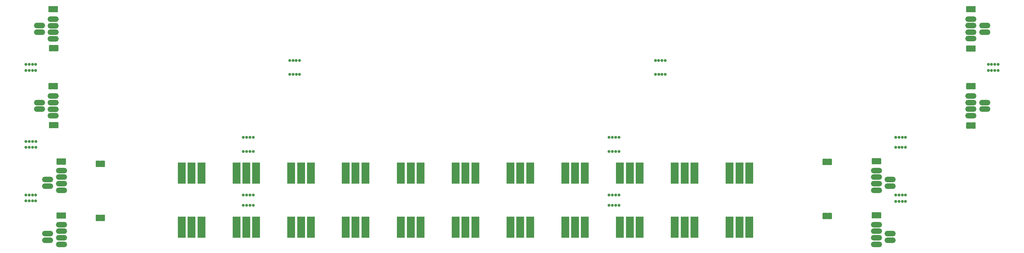
<source format=gbr>
G04 #@! TF.GenerationSoftware,KiCad,Pcbnew,(5.1.0-0)*
G04 #@! TF.CreationDate,2019-04-23T10:34:18-07:00*
G04 #@! TF.ProjectId,TestPanel1,54657374-5061-46e6-956c-312e6b696361,rev?*
G04 #@! TF.SameCoordinates,Original*
G04 #@! TF.FileFunction,Soldermask,Bot*
G04 #@! TF.FilePolarity,Negative*
%FSLAX46Y46*%
G04 Gerber Fmt 4.6, Leading zero omitted, Abs format (unit mm)*
G04 Created by KiCad (PCBNEW (5.1.0-0)) date 2019-04-23 10:34:18*
%MOMM*%
%LPD*%
G04 APERTURE LIST*
%ADD10C,0.900000*%
%ADD11R,2.400000X6.400000*%
%ADD12O,3.400000X1.650000*%
%ADD13C,0.300000*%
%ADD14C,0.050000*%
G04 APERTURE END LIST*
D10*
X136814000Y-193859000D03*
X137814000Y-193859000D03*
X135814000Y-193859000D03*
X134814000Y-193859000D03*
X134800000Y-190672000D03*
X135800000Y-190672000D03*
X137800000Y-190672000D03*
X136800000Y-190672000D03*
X248055000Y-190658000D03*
X249055000Y-190658000D03*
X247055000Y-190658000D03*
X246055000Y-190658000D03*
X246069000Y-193845000D03*
X247069000Y-193845000D03*
X249069000Y-193845000D03*
X248069000Y-193845000D03*
X248058000Y-173115000D03*
X249058000Y-173115000D03*
X247058000Y-173115000D03*
X246058000Y-173115000D03*
X246072000Y-177360000D03*
X247072000Y-177360000D03*
X249072000Y-177360000D03*
X248072000Y-177360000D03*
X136790000Y-173115000D03*
X137790000Y-173115000D03*
X135790000Y-173115000D03*
X134790000Y-173115000D03*
X134804000Y-177360000D03*
X135804000Y-177360000D03*
X137804000Y-177360000D03*
X136804000Y-177360000D03*
X150899000Y-149606000D03*
X151899000Y-149606000D03*
X149899000Y-149606000D03*
X148899000Y-149606000D03*
X148913000Y-153851000D03*
X149913000Y-153851000D03*
X151913000Y-153851000D03*
X150913000Y-153851000D03*
X260143000Y-149613000D03*
X261143000Y-149613000D03*
X263143000Y-149613000D03*
X262143000Y-149613000D03*
X262157000Y-153858000D03*
X263157000Y-153858000D03*
X261157000Y-153858000D03*
X260157000Y-153858000D03*
X361406000Y-150808000D03*
X362406000Y-150808000D03*
X364406000Y-150808000D03*
X363406000Y-150808000D03*
X363406000Y-152638000D03*
X364406000Y-152638000D03*
X362406000Y-152638000D03*
X361406000Y-152638000D03*
X335237000Y-173102000D03*
X336237000Y-173102000D03*
X334237000Y-173102000D03*
X333237000Y-173102000D03*
X335223000Y-176161000D03*
X336223000Y-176161000D03*
X334223000Y-176161000D03*
X333223000Y-176161000D03*
X333237000Y-190664000D03*
X334237000Y-190664000D03*
X336237000Y-190664000D03*
X335237000Y-190664000D03*
X335237000Y-192665000D03*
X336237000Y-192665000D03*
X334237000Y-192665000D03*
X333237000Y-192665000D03*
X68661000Y-190656000D03*
X69661000Y-190656000D03*
X71661000Y-190656000D03*
X70661000Y-190656000D03*
X70661000Y-192486000D03*
X71661000Y-192486000D03*
X69661000Y-192486000D03*
X68661000Y-192486000D03*
X68668000Y-174332000D03*
X69668000Y-174332000D03*
X71668000Y-174332000D03*
X70668000Y-174332000D03*
X70668000Y-176162000D03*
X71668000Y-176162000D03*
X69668000Y-176162000D03*
X68668000Y-176162000D03*
X68650000Y-152647000D03*
X69650000Y-152647000D03*
X71650000Y-152647000D03*
X70650000Y-152647000D03*
X70650000Y-150817000D03*
X71650000Y-150817000D03*
X69650000Y-150817000D03*
X68650000Y-150817000D03*
D11*
X135709980Y-200474000D03*
X132709980Y-200474000D03*
X138709980Y-200474000D03*
X269043260Y-200474000D03*
X266043260Y-200474000D03*
X272043260Y-200474000D03*
D12*
X79460000Y-199724000D03*
X79460000Y-201724000D03*
X79460000Y-203724000D03*
X79460000Y-205724000D03*
D11*
X222043280Y-200474000D03*
X216043280Y-200474000D03*
X219043280Y-200474000D03*
X188709960Y-200474000D03*
X182709960Y-200474000D03*
X185709960Y-200474000D03*
X202376620Y-200474000D03*
X199376620Y-200474000D03*
X205376620Y-200474000D03*
D12*
X327375588Y-199724000D03*
X327375588Y-201724000D03*
X327375588Y-203724000D03*
X327375588Y-205724000D03*
X75293335Y-202474000D03*
X75293335Y-204474000D03*
D13*
X326651636Y-196874000D03*
D14*
G36*
X326112618Y-197820157D02*
G01*
X326075099Y-197808776D01*
X326040522Y-197790294D01*
X326010215Y-197765421D01*
X325985342Y-197735114D01*
X325966860Y-197700537D01*
X325955479Y-197663018D01*
X325951636Y-197624000D01*
X325951636Y-196124000D01*
X325955479Y-196084982D01*
X325966860Y-196047463D01*
X325985342Y-196012886D01*
X326010215Y-195982579D01*
X326040522Y-195957706D01*
X326075099Y-195939224D01*
X326112618Y-195927843D01*
X326151636Y-195924000D01*
X327301636Y-195924000D01*
X327340654Y-195927843D01*
X327378173Y-195939224D01*
X327412750Y-195957706D01*
X327443057Y-195982579D01*
X327467930Y-196012886D01*
X327486412Y-196047463D01*
X327497793Y-196084982D01*
X327501636Y-196124000D01*
X327497793Y-196163018D01*
X327486412Y-196200537D01*
X327468046Y-196234940D01*
X327042006Y-196874000D01*
X327468046Y-197513060D01*
X327486492Y-197547657D01*
X327497834Y-197585187D01*
X327501636Y-197624209D01*
X327497752Y-197663223D01*
X327486332Y-197700730D01*
X327467814Y-197735288D01*
X327442909Y-197765569D01*
X327412576Y-197790410D01*
X327377979Y-197808856D01*
X327340449Y-197820198D01*
X327301636Y-197824000D01*
X326151636Y-197824000D01*
X326112618Y-197820157D01*
X326112618Y-197820157D01*
G37*
D13*
X328101636Y-196874000D03*
D14*
G36*
X327562618Y-197820157D02*
G01*
X327525099Y-197808776D01*
X327490522Y-197790294D01*
X327460215Y-197765421D01*
X327435226Y-197734940D01*
X326935226Y-196984940D01*
X326916780Y-196950343D01*
X326905438Y-196912813D01*
X326901636Y-196873791D01*
X326905520Y-196834777D01*
X326916940Y-196797270D01*
X326935226Y-196763060D01*
X327435226Y-196013060D01*
X327460067Y-195982727D01*
X327490348Y-195957822D01*
X327524906Y-195939304D01*
X327562413Y-195927884D01*
X327601636Y-195924000D01*
X328601636Y-195924000D01*
X328640654Y-195927843D01*
X328678173Y-195939224D01*
X328712750Y-195957706D01*
X328743057Y-195982579D01*
X328767930Y-196012886D01*
X328786412Y-196047463D01*
X328797793Y-196084982D01*
X328801636Y-196124000D01*
X328801636Y-197624000D01*
X328797793Y-197663018D01*
X328786412Y-197700537D01*
X328767930Y-197735114D01*
X328743057Y-197765421D01*
X328712750Y-197790294D01*
X328678173Y-197808776D01*
X328640654Y-197820157D01*
X328601636Y-197824000D01*
X327601636Y-197824000D01*
X327562618Y-197820157D01*
X327562618Y-197820157D01*
G37*
D13*
X311685000Y-197074000D03*
D14*
G36*
X311145982Y-198020157D02*
G01*
X311108463Y-198008776D01*
X311073886Y-197990294D01*
X311043579Y-197965421D01*
X311018706Y-197935114D01*
X311000224Y-197900537D01*
X310988843Y-197863018D01*
X310985000Y-197824000D01*
X310985000Y-196324000D01*
X310988843Y-196284982D01*
X311000224Y-196247463D01*
X311018706Y-196212886D01*
X311043579Y-196182579D01*
X311073886Y-196157706D01*
X311108463Y-196139224D01*
X311145982Y-196127843D01*
X311185000Y-196124000D01*
X312335000Y-196124000D01*
X312374018Y-196127843D01*
X312411537Y-196139224D01*
X312446114Y-196157706D01*
X312476421Y-196182579D01*
X312501294Y-196212886D01*
X312519776Y-196247463D01*
X312531157Y-196284982D01*
X312535000Y-196324000D01*
X312531157Y-196363018D01*
X312519776Y-196400537D01*
X312501410Y-196434940D01*
X312075370Y-197074000D01*
X312501410Y-197713060D01*
X312519856Y-197747657D01*
X312531198Y-197785187D01*
X312535000Y-197824209D01*
X312531116Y-197863223D01*
X312519696Y-197900730D01*
X312501178Y-197935288D01*
X312476273Y-197965569D01*
X312445940Y-197990410D01*
X312411343Y-198008856D01*
X312373813Y-198020198D01*
X312335000Y-198024000D01*
X311185000Y-198024000D01*
X311145982Y-198020157D01*
X311145982Y-198020157D01*
G37*
D13*
X313135000Y-197074000D03*
D14*
G36*
X312595982Y-198020157D02*
G01*
X312558463Y-198008776D01*
X312523886Y-197990294D01*
X312493579Y-197965421D01*
X312468590Y-197934940D01*
X311968590Y-197184940D01*
X311950144Y-197150343D01*
X311938802Y-197112813D01*
X311935000Y-197073791D01*
X311938884Y-197034777D01*
X311950304Y-196997270D01*
X311968590Y-196963060D01*
X312468590Y-196213060D01*
X312493431Y-196182727D01*
X312523712Y-196157822D01*
X312558270Y-196139304D01*
X312595777Y-196127884D01*
X312635000Y-196124000D01*
X313635000Y-196124000D01*
X313674018Y-196127843D01*
X313711537Y-196139224D01*
X313746114Y-196157706D01*
X313776421Y-196182579D01*
X313801294Y-196212886D01*
X313819776Y-196247463D01*
X313831157Y-196284982D01*
X313835000Y-196324000D01*
X313835000Y-197824000D01*
X313831157Y-197863018D01*
X313819776Y-197900537D01*
X313801294Y-197935114D01*
X313776421Y-197965421D01*
X313746114Y-197990294D01*
X313711537Y-198008776D01*
X313674018Y-198020157D01*
X313635000Y-198024000D01*
X312635000Y-198024000D01*
X312595982Y-198020157D01*
X312595982Y-198020157D01*
G37*
D13*
X80135000Y-196974000D03*
D14*
G36*
X80674018Y-196027843D02*
G01*
X80711537Y-196039224D01*
X80746114Y-196057706D01*
X80776421Y-196082579D01*
X80801294Y-196112886D01*
X80819776Y-196147463D01*
X80831157Y-196184982D01*
X80835000Y-196224000D01*
X80835000Y-197724000D01*
X80831157Y-197763018D01*
X80819776Y-197800537D01*
X80801294Y-197835114D01*
X80776421Y-197865421D01*
X80746114Y-197890294D01*
X80711537Y-197908776D01*
X80674018Y-197920157D01*
X80635000Y-197924000D01*
X79485000Y-197924000D01*
X79445982Y-197920157D01*
X79408463Y-197908776D01*
X79373886Y-197890294D01*
X79343579Y-197865421D01*
X79318706Y-197835114D01*
X79300224Y-197800537D01*
X79288843Y-197763018D01*
X79285000Y-197724000D01*
X79288843Y-197684982D01*
X79300224Y-197647463D01*
X79318590Y-197613060D01*
X79744630Y-196974000D01*
X79318590Y-196334940D01*
X79300144Y-196300343D01*
X79288802Y-196262813D01*
X79285000Y-196223791D01*
X79288884Y-196184777D01*
X79300304Y-196147270D01*
X79318822Y-196112712D01*
X79343727Y-196082431D01*
X79374060Y-196057590D01*
X79408657Y-196039144D01*
X79446187Y-196027802D01*
X79485000Y-196024000D01*
X80635000Y-196024000D01*
X80674018Y-196027843D01*
X80674018Y-196027843D01*
G37*
D13*
X78685000Y-196974000D03*
D14*
G36*
X79224018Y-196027843D02*
G01*
X79261537Y-196039224D01*
X79296114Y-196057706D01*
X79326421Y-196082579D01*
X79351410Y-196113060D01*
X79851410Y-196863060D01*
X79869856Y-196897657D01*
X79881198Y-196935187D01*
X79885000Y-196974209D01*
X79881116Y-197013223D01*
X79869696Y-197050730D01*
X79851410Y-197084940D01*
X79351410Y-197834940D01*
X79326569Y-197865273D01*
X79296288Y-197890178D01*
X79261730Y-197908696D01*
X79224223Y-197920116D01*
X79185000Y-197924000D01*
X78185000Y-197924000D01*
X78145982Y-197920157D01*
X78108463Y-197908776D01*
X78073886Y-197890294D01*
X78043579Y-197865421D01*
X78018706Y-197835114D01*
X78000224Y-197800537D01*
X77988843Y-197763018D01*
X77985000Y-197724000D01*
X77985000Y-196224000D01*
X77988843Y-196184982D01*
X78000224Y-196147463D01*
X78018706Y-196112886D01*
X78043579Y-196082579D01*
X78073886Y-196057706D01*
X78108463Y-196039224D01*
X78145982Y-196027843D01*
X78185000Y-196024000D01*
X79185000Y-196024000D01*
X79224018Y-196027843D01*
X79224018Y-196027843D01*
G37*
D13*
X92035000Y-197674000D03*
D14*
G36*
X92574018Y-196727843D02*
G01*
X92611537Y-196739224D01*
X92646114Y-196757706D01*
X92676421Y-196782579D01*
X92701294Y-196812886D01*
X92719776Y-196847463D01*
X92731157Y-196884982D01*
X92735000Y-196924000D01*
X92735000Y-198424000D01*
X92731157Y-198463018D01*
X92719776Y-198500537D01*
X92701294Y-198535114D01*
X92676421Y-198565421D01*
X92646114Y-198590294D01*
X92611537Y-198608776D01*
X92574018Y-198620157D01*
X92535000Y-198624000D01*
X91385000Y-198624000D01*
X91345982Y-198620157D01*
X91308463Y-198608776D01*
X91273886Y-198590294D01*
X91243579Y-198565421D01*
X91218706Y-198535114D01*
X91200224Y-198500537D01*
X91188843Y-198463018D01*
X91185000Y-198424000D01*
X91188843Y-198384982D01*
X91200224Y-198347463D01*
X91218590Y-198313060D01*
X91644630Y-197674000D01*
X91218590Y-197034940D01*
X91200144Y-197000343D01*
X91188802Y-196962813D01*
X91185000Y-196923791D01*
X91188884Y-196884777D01*
X91200304Y-196847270D01*
X91218822Y-196812712D01*
X91243727Y-196782431D01*
X91274060Y-196757590D01*
X91308657Y-196739144D01*
X91346187Y-196727802D01*
X91385000Y-196724000D01*
X92535000Y-196724000D01*
X92574018Y-196727843D01*
X92574018Y-196727843D01*
G37*
D13*
X90585000Y-197674000D03*
D14*
G36*
X91124018Y-196727843D02*
G01*
X91161537Y-196739224D01*
X91196114Y-196757706D01*
X91226421Y-196782579D01*
X91251410Y-196813060D01*
X91751410Y-197563060D01*
X91769856Y-197597657D01*
X91781198Y-197635187D01*
X91785000Y-197674209D01*
X91781116Y-197713223D01*
X91769696Y-197750730D01*
X91751410Y-197784940D01*
X91251410Y-198534940D01*
X91226569Y-198565273D01*
X91196288Y-198590178D01*
X91161730Y-198608696D01*
X91124223Y-198620116D01*
X91085000Y-198624000D01*
X90085000Y-198624000D01*
X90045982Y-198620157D01*
X90008463Y-198608776D01*
X89973886Y-198590294D01*
X89943579Y-198565421D01*
X89918706Y-198535114D01*
X89900224Y-198500537D01*
X89888843Y-198463018D01*
X89885000Y-198424000D01*
X89885000Y-196924000D01*
X89888843Y-196884982D01*
X89900224Y-196847463D01*
X89918706Y-196812886D01*
X89943579Y-196782579D01*
X89973886Y-196757706D01*
X90008463Y-196739224D01*
X90045982Y-196727843D01*
X90085000Y-196724000D01*
X91085000Y-196724000D01*
X91124018Y-196727843D01*
X91124018Y-196727843D01*
G37*
D11*
X168910000Y-200474000D03*
X165910000Y-200474000D03*
X171910000Y-200474000D03*
X288709920Y-200474000D03*
X282709920Y-200474000D03*
X285709920Y-200474000D03*
X155376640Y-200474000D03*
X149376640Y-200474000D03*
X152376640Y-200474000D03*
D12*
X331542238Y-202474000D03*
X331542238Y-204474000D03*
D11*
X235709940Y-200474000D03*
X232709940Y-200474000D03*
X238709940Y-200474000D03*
X255376600Y-200474000D03*
X249376600Y-200474000D03*
X252376600Y-200474000D03*
X122043320Y-200474000D03*
X116043320Y-200474000D03*
X119043320Y-200474000D03*
D13*
X77685001Y-133974000D03*
D14*
G36*
X78224019Y-133027843D02*
G01*
X78261538Y-133039224D01*
X78296115Y-133057706D01*
X78326422Y-133082579D01*
X78351295Y-133112886D01*
X78369777Y-133147463D01*
X78381158Y-133184982D01*
X78385001Y-133224000D01*
X78385001Y-134724000D01*
X78381158Y-134763018D01*
X78369777Y-134800537D01*
X78351295Y-134835114D01*
X78326422Y-134865421D01*
X78296115Y-134890294D01*
X78261538Y-134908776D01*
X78224019Y-134920157D01*
X78185001Y-134924000D01*
X77035001Y-134924000D01*
X76995983Y-134920157D01*
X76958464Y-134908776D01*
X76923887Y-134890294D01*
X76893580Y-134865421D01*
X76868707Y-134835114D01*
X76850225Y-134800537D01*
X76838844Y-134763018D01*
X76835001Y-134724000D01*
X76838844Y-134684982D01*
X76850225Y-134647463D01*
X76868591Y-134613060D01*
X77294631Y-133974000D01*
X76868591Y-133334940D01*
X76850145Y-133300343D01*
X76838803Y-133262813D01*
X76835001Y-133223791D01*
X76838885Y-133184777D01*
X76850305Y-133147270D01*
X76868823Y-133112712D01*
X76893728Y-133082431D01*
X76924061Y-133057590D01*
X76958658Y-133039144D01*
X76996188Y-133027802D01*
X77035001Y-133024000D01*
X78185001Y-133024000D01*
X78224019Y-133027843D01*
X78224019Y-133027843D01*
G37*
D13*
X76235001Y-133974000D03*
D14*
G36*
X76774019Y-133027843D02*
G01*
X76811538Y-133039224D01*
X76846115Y-133057706D01*
X76876422Y-133082579D01*
X76901411Y-133113060D01*
X77401411Y-133863060D01*
X77419857Y-133897657D01*
X77431199Y-133935187D01*
X77435001Y-133974209D01*
X77431117Y-134013223D01*
X77419697Y-134050730D01*
X77401411Y-134084940D01*
X76901411Y-134834940D01*
X76876570Y-134865273D01*
X76846289Y-134890178D01*
X76811731Y-134908696D01*
X76774224Y-134920116D01*
X76735001Y-134924000D01*
X75735001Y-134924000D01*
X75695983Y-134920157D01*
X75658464Y-134908776D01*
X75623887Y-134890294D01*
X75593580Y-134865421D01*
X75568707Y-134835114D01*
X75550225Y-134800537D01*
X75538844Y-134763018D01*
X75535001Y-134724000D01*
X75535001Y-133224000D01*
X75538844Y-133184982D01*
X75550225Y-133147463D01*
X75568707Y-133112886D01*
X75593580Y-133082579D01*
X75623887Y-133057706D01*
X75658464Y-133039224D01*
X75695983Y-133027843D01*
X75735001Y-133024000D01*
X76735001Y-133024000D01*
X76774019Y-133027843D01*
X76774019Y-133027843D01*
G37*
D13*
X355401623Y-133974000D03*
D14*
G36*
X354862605Y-134920157D02*
G01*
X354825086Y-134908776D01*
X354790509Y-134890294D01*
X354760202Y-134865421D01*
X354735329Y-134835114D01*
X354716847Y-134800537D01*
X354705466Y-134763018D01*
X354701623Y-134724000D01*
X354701623Y-133224000D01*
X354705466Y-133184982D01*
X354716847Y-133147463D01*
X354735329Y-133112886D01*
X354760202Y-133082579D01*
X354790509Y-133057706D01*
X354825086Y-133039224D01*
X354862605Y-133027843D01*
X354901623Y-133024000D01*
X356051623Y-133024000D01*
X356090641Y-133027843D01*
X356128160Y-133039224D01*
X356162737Y-133057706D01*
X356193044Y-133082579D01*
X356217917Y-133112886D01*
X356236399Y-133147463D01*
X356247780Y-133184982D01*
X356251623Y-133224000D01*
X356247780Y-133263018D01*
X356236399Y-133300537D01*
X356218033Y-133334940D01*
X355791993Y-133974000D01*
X356218033Y-134613060D01*
X356236479Y-134647657D01*
X356247821Y-134685187D01*
X356251623Y-134724209D01*
X356247739Y-134763223D01*
X356236319Y-134800730D01*
X356217801Y-134835288D01*
X356192896Y-134865569D01*
X356162563Y-134890410D01*
X356127966Y-134908856D01*
X356090436Y-134920198D01*
X356051623Y-134924000D01*
X354901623Y-134924000D01*
X354862605Y-134920157D01*
X354862605Y-134920157D01*
G37*
D13*
X356851623Y-133974000D03*
D14*
G36*
X356312605Y-134920157D02*
G01*
X356275086Y-134908776D01*
X356240509Y-134890294D01*
X356210202Y-134865421D01*
X356185213Y-134834940D01*
X355685213Y-134084940D01*
X355666767Y-134050343D01*
X355655425Y-134012813D01*
X355651623Y-133973791D01*
X355655507Y-133934777D01*
X355666927Y-133897270D01*
X355685213Y-133863060D01*
X356185213Y-133113060D01*
X356210054Y-133082727D01*
X356240335Y-133057822D01*
X356274893Y-133039304D01*
X356312400Y-133027884D01*
X356351623Y-133024000D01*
X357351623Y-133024000D01*
X357390641Y-133027843D01*
X357428160Y-133039224D01*
X357462737Y-133057706D01*
X357493044Y-133082579D01*
X357517917Y-133112886D01*
X357536399Y-133147463D01*
X357547780Y-133184982D01*
X357551623Y-133224000D01*
X357551623Y-134724000D01*
X357547780Y-134763018D01*
X357536399Y-134800537D01*
X357517917Y-134835114D01*
X357493044Y-134865421D01*
X357462737Y-134890294D01*
X357428160Y-134908776D01*
X357390641Y-134920157D01*
X357351623Y-134924000D01*
X356351623Y-134924000D01*
X356312605Y-134920157D01*
X356312605Y-134920157D01*
G37*
D13*
X355400575Y-145974000D03*
D14*
G36*
X354861557Y-146920157D02*
G01*
X354824038Y-146908776D01*
X354789461Y-146890294D01*
X354759154Y-146865421D01*
X354734281Y-146835114D01*
X354715799Y-146800537D01*
X354704418Y-146763018D01*
X354700575Y-146724000D01*
X354700575Y-145224000D01*
X354704418Y-145184982D01*
X354715799Y-145147463D01*
X354734281Y-145112886D01*
X354759154Y-145082579D01*
X354789461Y-145057706D01*
X354824038Y-145039224D01*
X354861557Y-145027843D01*
X354900575Y-145024000D01*
X356050575Y-145024000D01*
X356089593Y-145027843D01*
X356127112Y-145039224D01*
X356161689Y-145057706D01*
X356191996Y-145082579D01*
X356216869Y-145112886D01*
X356235351Y-145147463D01*
X356246732Y-145184982D01*
X356250575Y-145224000D01*
X356246732Y-145263018D01*
X356235351Y-145300537D01*
X356216985Y-145334940D01*
X355790945Y-145974000D01*
X356216985Y-146613060D01*
X356235431Y-146647657D01*
X356246773Y-146685187D01*
X356250575Y-146724209D01*
X356246691Y-146763223D01*
X356235271Y-146800730D01*
X356216753Y-146835288D01*
X356191848Y-146865569D01*
X356161515Y-146890410D01*
X356126918Y-146908856D01*
X356089388Y-146920198D01*
X356050575Y-146924000D01*
X354900575Y-146924000D01*
X354861557Y-146920157D01*
X354861557Y-146920157D01*
G37*
D13*
X356850575Y-145974000D03*
D14*
G36*
X356311557Y-146920157D02*
G01*
X356274038Y-146908776D01*
X356239461Y-146890294D01*
X356209154Y-146865421D01*
X356184165Y-146834940D01*
X355684165Y-146084940D01*
X355665719Y-146050343D01*
X355654377Y-146012813D01*
X355650575Y-145973791D01*
X355654459Y-145934777D01*
X355665879Y-145897270D01*
X355684165Y-145863060D01*
X356184165Y-145113060D01*
X356209006Y-145082727D01*
X356239287Y-145057822D01*
X356273845Y-145039304D01*
X356311352Y-145027884D01*
X356350575Y-145024000D01*
X357350575Y-145024000D01*
X357389593Y-145027843D01*
X357427112Y-145039224D01*
X357461689Y-145057706D01*
X357491996Y-145082579D01*
X357516869Y-145112886D01*
X357535351Y-145147463D01*
X357546732Y-145184982D01*
X357550575Y-145224000D01*
X357550575Y-146724000D01*
X357546732Y-146763018D01*
X357535351Y-146800537D01*
X357516869Y-146835114D01*
X357491996Y-146865421D01*
X357461689Y-146890294D01*
X357427112Y-146908776D01*
X357389593Y-146920157D01*
X357350575Y-146924000D01*
X356350575Y-146924000D01*
X356311557Y-146920157D01*
X356311557Y-146920157D01*
G37*
D12*
X72793335Y-138974000D03*
X72793335Y-140974000D03*
X356125575Y-136974000D03*
X356125575Y-138974000D03*
X356125575Y-140974000D03*
X356125575Y-142974000D03*
X360292225Y-138974000D03*
X360292225Y-140974000D03*
X76960001Y-137007334D03*
X76960001Y-139007334D03*
X76960001Y-141007334D03*
X76960001Y-143007334D03*
D13*
X77835000Y-145874000D03*
D14*
G36*
X78374018Y-144927843D02*
G01*
X78411537Y-144939224D01*
X78446114Y-144957706D01*
X78476421Y-144982579D01*
X78501294Y-145012886D01*
X78519776Y-145047463D01*
X78531157Y-145084982D01*
X78535000Y-145124000D01*
X78535000Y-146624000D01*
X78531157Y-146663018D01*
X78519776Y-146700537D01*
X78501294Y-146735114D01*
X78476421Y-146765421D01*
X78446114Y-146790294D01*
X78411537Y-146808776D01*
X78374018Y-146820157D01*
X78335000Y-146824000D01*
X77185000Y-146824000D01*
X77145982Y-146820157D01*
X77108463Y-146808776D01*
X77073886Y-146790294D01*
X77043579Y-146765421D01*
X77018706Y-146735114D01*
X77000224Y-146700537D01*
X76988843Y-146663018D01*
X76985000Y-146624000D01*
X76988843Y-146584982D01*
X77000224Y-146547463D01*
X77018590Y-146513060D01*
X77444630Y-145874000D01*
X77018590Y-145234940D01*
X77000144Y-145200343D01*
X76988802Y-145162813D01*
X76985000Y-145123791D01*
X76988884Y-145084777D01*
X77000304Y-145047270D01*
X77018822Y-145012712D01*
X77043727Y-144982431D01*
X77074060Y-144957590D01*
X77108657Y-144939144D01*
X77146187Y-144927802D01*
X77185000Y-144924000D01*
X78335000Y-144924000D01*
X78374018Y-144927843D01*
X78374018Y-144927843D01*
G37*
D13*
X76385000Y-145874000D03*
D14*
G36*
X76924018Y-144927843D02*
G01*
X76961537Y-144939224D01*
X76996114Y-144957706D01*
X77026421Y-144982579D01*
X77051410Y-145013060D01*
X77551410Y-145763060D01*
X77569856Y-145797657D01*
X77581198Y-145835187D01*
X77585000Y-145874209D01*
X77581116Y-145913223D01*
X77569696Y-145950730D01*
X77551410Y-145984940D01*
X77051410Y-146734940D01*
X77026569Y-146765273D01*
X76996288Y-146790178D01*
X76961730Y-146808696D01*
X76924223Y-146820116D01*
X76885000Y-146824000D01*
X75885000Y-146824000D01*
X75845982Y-146820157D01*
X75808463Y-146808776D01*
X75773886Y-146790294D01*
X75743579Y-146765421D01*
X75718706Y-146735114D01*
X75700224Y-146700537D01*
X75688843Y-146663018D01*
X75685000Y-146624000D01*
X75685000Y-145124000D01*
X75688843Y-145084982D01*
X75700224Y-145047463D01*
X75718706Y-145012886D01*
X75743579Y-144982579D01*
X75773886Y-144957706D01*
X75808463Y-144939224D01*
X75845982Y-144927843D01*
X75885000Y-144924000D01*
X76885000Y-144924000D01*
X76924018Y-144927843D01*
X76924018Y-144927843D01*
G37*
D11*
X119043320Y-183974000D03*
X116043320Y-183974000D03*
X122043320Y-183974000D03*
X138709980Y-183974000D03*
X132709980Y-183974000D03*
X135709980Y-183974000D03*
X152376640Y-183974000D03*
X149376640Y-183974000D03*
X155376640Y-183974000D03*
X285709920Y-183974000D03*
X282709920Y-183974000D03*
X288709920Y-183974000D03*
X272043260Y-183974000D03*
X266043260Y-183974000D03*
X269043260Y-183974000D03*
X252376600Y-183974000D03*
X249376600Y-183974000D03*
X255376600Y-183974000D03*
X238709940Y-183974000D03*
X232709940Y-183974000D03*
X235709940Y-183974000D03*
X219043280Y-183974000D03*
X216043280Y-183974000D03*
X222043280Y-183974000D03*
X205376620Y-183974000D03*
X199376620Y-183974000D03*
X202376620Y-183974000D03*
X185709960Y-183974000D03*
X182709960Y-183974000D03*
X188709960Y-183974000D03*
X171910000Y-183974000D03*
X165910000Y-183974000D03*
X168910000Y-183974000D03*
D13*
X90585000Y-181174000D03*
D14*
G36*
X91124018Y-180227843D02*
G01*
X91161537Y-180239224D01*
X91196114Y-180257706D01*
X91226421Y-180282579D01*
X91251410Y-180313060D01*
X91751410Y-181063060D01*
X91769856Y-181097657D01*
X91781198Y-181135187D01*
X91785000Y-181174209D01*
X91781116Y-181213223D01*
X91769696Y-181250730D01*
X91751410Y-181284940D01*
X91251410Y-182034940D01*
X91226569Y-182065273D01*
X91196288Y-182090178D01*
X91161730Y-182108696D01*
X91124223Y-182120116D01*
X91085000Y-182124000D01*
X90085000Y-182124000D01*
X90045982Y-182120157D01*
X90008463Y-182108776D01*
X89973886Y-182090294D01*
X89943579Y-182065421D01*
X89918706Y-182035114D01*
X89900224Y-182000537D01*
X89888843Y-181963018D01*
X89885000Y-181924000D01*
X89885000Y-180424000D01*
X89888843Y-180384982D01*
X89900224Y-180347463D01*
X89918706Y-180312886D01*
X89943579Y-180282579D01*
X89973886Y-180257706D01*
X90008463Y-180239224D01*
X90045982Y-180227843D01*
X90085000Y-180224000D01*
X91085000Y-180224000D01*
X91124018Y-180227843D01*
X91124018Y-180227843D01*
G37*
D13*
X92035000Y-181174000D03*
D14*
G36*
X92574018Y-180227843D02*
G01*
X92611537Y-180239224D01*
X92646114Y-180257706D01*
X92676421Y-180282579D01*
X92701294Y-180312886D01*
X92719776Y-180347463D01*
X92731157Y-180384982D01*
X92735000Y-180424000D01*
X92735000Y-181924000D01*
X92731157Y-181963018D01*
X92719776Y-182000537D01*
X92701294Y-182035114D01*
X92676421Y-182065421D01*
X92646114Y-182090294D01*
X92611537Y-182108776D01*
X92574018Y-182120157D01*
X92535000Y-182124000D01*
X91385000Y-182124000D01*
X91345982Y-182120157D01*
X91308463Y-182108776D01*
X91273886Y-182090294D01*
X91243579Y-182065421D01*
X91218706Y-182035114D01*
X91200224Y-182000537D01*
X91188843Y-181963018D01*
X91185000Y-181924000D01*
X91188843Y-181884982D01*
X91200224Y-181847463D01*
X91218590Y-181813060D01*
X91644630Y-181174000D01*
X91218590Y-180534940D01*
X91200144Y-180500343D01*
X91188802Y-180462813D01*
X91185000Y-180423791D01*
X91188884Y-180384777D01*
X91200304Y-180347270D01*
X91218822Y-180312712D01*
X91243727Y-180282431D01*
X91274060Y-180257590D01*
X91308657Y-180239144D01*
X91346187Y-180227802D01*
X91385000Y-180224000D01*
X92535000Y-180224000D01*
X92574018Y-180227843D01*
X92574018Y-180227843D01*
G37*
D13*
X78685000Y-180474000D03*
D14*
G36*
X79224018Y-179527843D02*
G01*
X79261537Y-179539224D01*
X79296114Y-179557706D01*
X79326421Y-179582579D01*
X79351410Y-179613060D01*
X79851410Y-180363060D01*
X79869856Y-180397657D01*
X79881198Y-180435187D01*
X79885000Y-180474209D01*
X79881116Y-180513223D01*
X79869696Y-180550730D01*
X79851410Y-180584940D01*
X79351410Y-181334940D01*
X79326569Y-181365273D01*
X79296288Y-181390178D01*
X79261730Y-181408696D01*
X79224223Y-181420116D01*
X79185000Y-181424000D01*
X78185000Y-181424000D01*
X78145982Y-181420157D01*
X78108463Y-181408776D01*
X78073886Y-181390294D01*
X78043579Y-181365421D01*
X78018706Y-181335114D01*
X78000224Y-181300537D01*
X77988843Y-181263018D01*
X77985000Y-181224000D01*
X77985000Y-179724000D01*
X77988843Y-179684982D01*
X78000224Y-179647463D01*
X78018706Y-179612886D01*
X78043579Y-179582579D01*
X78073886Y-179557706D01*
X78108463Y-179539224D01*
X78145982Y-179527843D01*
X78185000Y-179524000D01*
X79185000Y-179524000D01*
X79224018Y-179527843D01*
X79224018Y-179527843D01*
G37*
D13*
X80135000Y-180474000D03*
D14*
G36*
X80674018Y-179527843D02*
G01*
X80711537Y-179539224D01*
X80746114Y-179557706D01*
X80776421Y-179582579D01*
X80801294Y-179612886D01*
X80819776Y-179647463D01*
X80831157Y-179684982D01*
X80835000Y-179724000D01*
X80835000Y-181224000D01*
X80831157Y-181263018D01*
X80819776Y-181300537D01*
X80801294Y-181335114D01*
X80776421Y-181365421D01*
X80746114Y-181390294D01*
X80711537Y-181408776D01*
X80674018Y-181420157D01*
X80635000Y-181424000D01*
X79485000Y-181424000D01*
X79445982Y-181420157D01*
X79408463Y-181408776D01*
X79373886Y-181390294D01*
X79343579Y-181365421D01*
X79318706Y-181335114D01*
X79300224Y-181300537D01*
X79288843Y-181263018D01*
X79285000Y-181224000D01*
X79288843Y-181184982D01*
X79300224Y-181147463D01*
X79318590Y-181113060D01*
X79744630Y-180474000D01*
X79318590Y-179834940D01*
X79300144Y-179800343D01*
X79288802Y-179762813D01*
X79285000Y-179723791D01*
X79288884Y-179684777D01*
X79300304Y-179647270D01*
X79318822Y-179612712D01*
X79343727Y-179582431D01*
X79374060Y-179557590D01*
X79408657Y-179539144D01*
X79446187Y-179527802D01*
X79485000Y-179524000D01*
X80635000Y-179524000D01*
X80674018Y-179527843D01*
X80674018Y-179527843D01*
G37*
D13*
X313135000Y-180574000D03*
D14*
G36*
X312595982Y-181520157D02*
G01*
X312558463Y-181508776D01*
X312523886Y-181490294D01*
X312493579Y-181465421D01*
X312468590Y-181434940D01*
X311968590Y-180684940D01*
X311950144Y-180650343D01*
X311938802Y-180612813D01*
X311935000Y-180573791D01*
X311938884Y-180534777D01*
X311950304Y-180497270D01*
X311968590Y-180463060D01*
X312468590Y-179713060D01*
X312493431Y-179682727D01*
X312523712Y-179657822D01*
X312558270Y-179639304D01*
X312595777Y-179627884D01*
X312635000Y-179624000D01*
X313635000Y-179624000D01*
X313674018Y-179627843D01*
X313711537Y-179639224D01*
X313746114Y-179657706D01*
X313776421Y-179682579D01*
X313801294Y-179712886D01*
X313819776Y-179747463D01*
X313831157Y-179784982D01*
X313835000Y-179824000D01*
X313835000Y-181324000D01*
X313831157Y-181363018D01*
X313819776Y-181400537D01*
X313801294Y-181435114D01*
X313776421Y-181465421D01*
X313746114Y-181490294D01*
X313711537Y-181508776D01*
X313674018Y-181520157D01*
X313635000Y-181524000D01*
X312635000Y-181524000D01*
X312595982Y-181520157D01*
X312595982Y-181520157D01*
G37*
D13*
X311685000Y-180574000D03*
D14*
G36*
X311145982Y-181520157D02*
G01*
X311108463Y-181508776D01*
X311073886Y-181490294D01*
X311043579Y-181465421D01*
X311018706Y-181435114D01*
X311000224Y-181400537D01*
X310988843Y-181363018D01*
X310985000Y-181324000D01*
X310985000Y-179824000D01*
X310988843Y-179784982D01*
X311000224Y-179747463D01*
X311018706Y-179712886D01*
X311043579Y-179682579D01*
X311073886Y-179657706D01*
X311108463Y-179639224D01*
X311145982Y-179627843D01*
X311185000Y-179624000D01*
X312335000Y-179624000D01*
X312374018Y-179627843D01*
X312411537Y-179639224D01*
X312446114Y-179657706D01*
X312476421Y-179682579D01*
X312501294Y-179712886D01*
X312519776Y-179747463D01*
X312531157Y-179784982D01*
X312535000Y-179824000D01*
X312531157Y-179863018D01*
X312519776Y-179900537D01*
X312501410Y-179934940D01*
X312075370Y-180574000D01*
X312501410Y-181213060D01*
X312519856Y-181247657D01*
X312531198Y-181285187D01*
X312535000Y-181324209D01*
X312531116Y-181363223D01*
X312519696Y-181400730D01*
X312501178Y-181435288D01*
X312476273Y-181465569D01*
X312445940Y-181490410D01*
X312411343Y-181508856D01*
X312373813Y-181520198D01*
X312335000Y-181524000D01*
X311185000Y-181524000D01*
X311145982Y-181520157D01*
X311145982Y-181520157D01*
G37*
D13*
X328101636Y-180374000D03*
D14*
G36*
X327562618Y-181320157D02*
G01*
X327525099Y-181308776D01*
X327490522Y-181290294D01*
X327460215Y-181265421D01*
X327435226Y-181234940D01*
X326935226Y-180484940D01*
X326916780Y-180450343D01*
X326905438Y-180412813D01*
X326901636Y-180373791D01*
X326905520Y-180334777D01*
X326916940Y-180297270D01*
X326935226Y-180263060D01*
X327435226Y-179513060D01*
X327460067Y-179482727D01*
X327490348Y-179457822D01*
X327524906Y-179439304D01*
X327562413Y-179427884D01*
X327601636Y-179424000D01*
X328601636Y-179424000D01*
X328640654Y-179427843D01*
X328678173Y-179439224D01*
X328712750Y-179457706D01*
X328743057Y-179482579D01*
X328767930Y-179512886D01*
X328786412Y-179547463D01*
X328797793Y-179584982D01*
X328801636Y-179624000D01*
X328801636Y-181124000D01*
X328797793Y-181163018D01*
X328786412Y-181200537D01*
X328767930Y-181235114D01*
X328743057Y-181265421D01*
X328712750Y-181290294D01*
X328678173Y-181308776D01*
X328640654Y-181320157D01*
X328601636Y-181324000D01*
X327601636Y-181324000D01*
X327562618Y-181320157D01*
X327562618Y-181320157D01*
G37*
D13*
X326651636Y-180374000D03*
D14*
G36*
X326112618Y-181320157D02*
G01*
X326075099Y-181308776D01*
X326040522Y-181290294D01*
X326010215Y-181265421D01*
X325985342Y-181235114D01*
X325966860Y-181200537D01*
X325955479Y-181163018D01*
X325951636Y-181124000D01*
X325951636Y-179624000D01*
X325955479Y-179584982D01*
X325966860Y-179547463D01*
X325985342Y-179512886D01*
X326010215Y-179482579D01*
X326040522Y-179457706D01*
X326075099Y-179439224D01*
X326112618Y-179427843D01*
X326151636Y-179424000D01*
X327301636Y-179424000D01*
X327340654Y-179427843D01*
X327378173Y-179439224D01*
X327412750Y-179457706D01*
X327443057Y-179482579D01*
X327467930Y-179512886D01*
X327486412Y-179547463D01*
X327497793Y-179584982D01*
X327501636Y-179624000D01*
X327497793Y-179663018D01*
X327486412Y-179700537D01*
X327468046Y-179734940D01*
X327042006Y-180374000D01*
X327468046Y-181013060D01*
X327486492Y-181047657D01*
X327497834Y-181085187D01*
X327501636Y-181124209D01*
X327497752Y-181163223D01*
X327486332Y-181200730D01*
X327467814Y-181235288D01*
X327442909Y-181265569D01*
X327412576Y-181290410D01*
X327377979Y-181308856D01*
X327340449Y-181320198D01*
X327301636Y-181324000D01*
X326151636Y-181324000D01*
X326112618Y-181320157D01*
X326112618Y-181320157D01*
G37*
D12*
X75293335Y-187974000D03*
X75293335Y-185974000D03*
X327375588Y-189224000D03*
X327375588Y-187224000D03*
X327375588Y-185224000D03*
X327375588Y-183224000D03*
X79460000Y-189224000D03*
X79460000Y-187224000D03*
X79460000Y-185224000D03*
X79460000Y-183224000D03*
X331542238Y-187974000D03*
X331542238Y-185974000D03*
D13*
X76385000Y-169374000D03*
D14*
G36*
X76924018Y-168427843D02*
G01*
X76961537Y-168439224D01*
X76996114Y-168457706D01*
X77026421Y-168482579D01*
X77051410Y-168513060D01*
X77551410Y-169263060D01*
X77569856Y-169297657D01*
X77581198Y-169335187D01*
X77585000Y-169374209D01*
X77581116Y-169413223D01*
X77569696Y-169450730D01*
X77551410Y-169484940D01*
X77051410Y-170234940D01*
X77026569Y-170265273D01*
X76996288Y-170290178D01*
X76961730Y-170308696D01*
X76924223Y-170320116D01*
X76885000Y-170324000D01*
X75885000Y-170324000D01*
X75845982Y-170320157D01*
X75808463Y-170308776D01*
X75773886Y-170290294D01*
X75743579Y-170265421D01*
X75718706Y-170235114D01*
X75700224Y-170200537D01*
X75688843Y-170163018D01*
X75685000Y-170124000D01*
X75685000Y-168624000D01*
X75688843Y-168584982D01*
X75700224Y-168547463D01*
X75718706Y-168512886D01*
X75743579Y-168482579D01*
X75773886Y-168457706D01*
X75808463Y-168439224D01*
X75845982Y-168427843D01*
X75885000Y-168424000D01*
X76885000Y-168424000D01*
X76924018Y-168427843D01*
X76924018Y-168427843D01*
G37*
D13*
X77835000Y-169374000D03*
D14*
G36*
X78374018Y-168427843D02*
G01*
X78411537Y-168439224D01*
X78446114Y-168457706D01*
X78476421Y-168482579D01*
X78501294Y-168512886D01*
X78519776Y-168547463D01*
X78531157Y-168584982D01*
X78535000Y-168624000D01*
X78535000Y-170124000D01*
X78531157Y-170163018D01*
X78519776Y-170200537D01*
X78501294Y-170235114D01*
X78476421Y-170265421D01*
X78446114Y-170290294D01*
X78411537Y-170308776D01*
X78374018Y-170320157D01*
X78335000Y-170324000D01*
X77185000Y-170324000D01*
X77145982Y-170320157D01*
X77108463Y-170308776D01*
X77073886Y-170290294D01*
X77043579Y-170265421D01*
X77018706Y-170235114D01*
X77000224Y-170200537D01*
X76988843Y-170163018D01*
X76985000Y-170124000D01*
X76988843Y-170084982D01*
X77000224Y-170047463D01*
X77018590Y-170013060D01*
X77444630Y-169374000D01*
X77018590Y-168734940D01*
X77000144Y-168700343D01*
X76988802Y-168662813D01*
X76985000Y-168623791D01*
X76988884Y-168584777D01*
X77000304Y-168547270D01*
X77018822Y-168512712D01*
X77043727Y-168482431D01*
X77074060Y-168457590D01*
X77108657Y-168439144D01*
X77146187Y-168427802D01*
X77185000Y-168424000D01*
X78335000Y-168424000D01*
X78374018Y-168427843D01*
X78374018Y-168427843D01*
G37*
D13*
X76235001Y-157474000D03*
D14*
G36*
X76774019Y-156527843D02*
G01*
X76811538Y-156539224D01*
X76846115Y-156557706D01*
X76876422Y-156582579D01*
X76901411Y-156613060D01*
X77401411Y-157363060D01*
X77419857Y-157397657D01*
X77431199Y-157435187D01*
X77435001Y-157474209D01*
X77431117Y-157513223D01*
X77419697Y-157550730D01*
X77401411Y-157584940D01*
X76901411Y-158334940D01*
X76876570Y-158365273D01*
X76846289Y-158390178D01*
X76811731Y-158408696D01*
X76774224Y-158420116D01*
X76735001Y-158424000D01*
X75735001Y-158424000D01*
X75695983Y-158420157D01*
X75658464Y-158408776D01*
X75623887Y-158390294D01*
X75593580Y-158365421D01*
X75568707Y-158335114D01*
X75550225Y-158300537D01*
X75538844Y-158263018D01*
X75535001Y-158224000D01*
X75535001Y-156724000D01*
X75538844Y-156684982D01*
X75550225Y-156647463D01*
X75568707Y-156612886D01*
X75593580Y-156582579D01*
X75623887Y-156557706D01*
X75658464Y-156539224D01*
X75695983Y-156527843D01*
X75735001Y-156524000D01*
X76735001Y-156524000D01*
X76774019Y-156527843D01*
X76774019Y-156527843D01*
G37*
D13*
X77685001Y-157474000D03*
D14*
G36*
X78224019Y-156527843D02*
G01*
X78261538Y-156539224D01*
X78296115Y-156557706D01*
X78326422Y-156582579D01*
X78351295Y-156612886D01*
X78369777Y-156647463D01*
X78381158Y-156684982D01*
X78385001Y-156724000D01*
X78385001Y-158224000D01*
X78381158Y-158263018D01*
X78369777Y-158300537D01*
X78351295Y-158335114D01*
X78326422Y-158365421D01*
X78296115Y-158390294D01*
X78261538Y-158408776D01*
X78224019Y-158420157D01*
X78185001Y-158424000D01*
X77035001Y-158424000D01*
X76995983Y-158420157D01*
X76958464Y-158408776D01*
X76923887Y-158390294D01*
X76893580Y-158365421D01*
X76868707Y-158335114D01*
X76850225Y-158300537D01*
X76838844Y-158263018D01*
X76835001Y-158224000D01*
X76838844Y-158184982D01*
X76850225Y-158147463D01*
X76868591Y-158113060D01*
X77294631Y-157474000D01*
X76868591Y-156834940D01*
X76850145Y-156800343D01*
X76838803Y-156762813D01*
X76835001Y-156723791D01*
X76838885Y-156684777D01*
X76850305Y-156647270D01*
X76868823Y-156612712D01*
X76893728Y-156582431D01*
X76924061Y-156557590D01*
X76958658Y-156539144D01*
X76996188Y-156527802D01*
X77035001Y-156524000D01*
X78185001Y-156524000D01*
X78224019Y-156527843D01*
X78224019Y-156527843D01*
G37*
D13*
X356850575Y-169474000D03*
D14*
G36*
X356311557Y-170420157D02*
G01*
X356274038Y-170408776D01*
X356239461Y-170390294D01*
X356209154Y-170365421D01*
X356184165Y-170334940D01*
X355684165Y-169584940D01*
X355665719Y-169550343D01*
X355654377Y-169512813D01*
X355650575Y-169473791D01*
X355654459Y-169434777D01*
X355665879Y-169397270D01*
X355684165Y-169363060D01*
X356184165Y-168613060D01*
X356209006Y-168582727D01*
X356239287Y-168557822D01*
X356273845Y-168539304D01*
X356311352Y-168527884D01*
X356350575Y-168524000D01*
X357350575Y-168524000D01*
X357389593Y-168527843D01*
X357427112Y-168539224D01*
X357461689Y-168557706D01*
X357491996Y-168582579D01*
X357516869Y-168612886D01*
X357535351Y-168647463D01*
X357546732Y-168684982D01*
X357550575Y-168724000D01*
X357550575Y-170224000D01*
X357546732Y-170263018D01*
X357535351Y-170300537D01*
X357516869Y-170335114D01*
X357491996Y-170365421D01*
X357461689Y-170390294D01*
X357427112Y-170408776D01*
X357389593Y-170420157D01*
X357350575Y-170424000D01*
X356350575Y-170424000D01*
X356311557Y-170420157D01*
X356311557Y-170420157D01*
G37*
D13*
X355400575Y-169474000D03*
D14*
G36*
X354861557Y-170420157D02*
G01*
X354824038Y-170408776D01*
X354789461Y-170390294D01*
X354759154Y-170365421D01*
X354734281Y-170335114D01*
X354715799Y-170300537D01*
X354704418Y-170263018D01*
X354700575Y-170224000D01*
X354700575Y-168724000D01*
X354704418Y-168684982D01*
X354715799Y-168647463D01*
X354734281Y-168612886D01*
X354759154Y-168582579D01*
X354789461Y-168557706D01*
X354824038Y-168539224D01*
X354861557Y-168527843D01*
X354900575Y-168524000D01*
X356050575Y-168524000D01*
X356089593Y-168527843D01*
X356127112Y-168539224D01*
X356161689Y-168557706D01*
X356191996Y-168582579D01*
X356216869Y-168612886D01*
X356235351Y-168647463D01*
X356246732Y-168684982D01*
X356250575Y-168724000D01*
X356246732Y-168763018D01*
X356235351Y-168800537D01*
X356216985Y-168834940D01*
X355790945Y-169474000D01*
X356216985Y-170113060D01*
X356235431Y-170147657D01*
X356246773Y-170185187D01*
X356250575Y-170224209D01*
X356246691Y-170263223D01*
X356235271Y-170300730D01*
X356216753Y-170335288D01*
X356191848Y-170365569D01*
X356161515Y-170390410D01*
X356126918Y-170408856D01*
X356089388Y-170420198D01*
X356050575Y-170424000D01*
X354900575Y-170424000D01*
X354861557Y-170420157D01*
X354861557Y-170420157D01*
G37*
D13*
X356851623Y-157474000D03*
D14*
G36*
X356312605Y-158420157D02*
G01*
X356275086Y-158408776D01*
X356240509Y-158390294D01*
X356210202Y-158365421D01*
X356185213Y-158334940D01*
X355685213Y-157584940D01*
X355666767Y-157550343D01*
X355655425Y-157512813D01*
X355651623Y-157473791D01*
X355655507Y-157434777D01*
X355666927Y-157397270D01*
X355685213Y-157363060D01*
X356185213Y-156613060D01*
X356210054Y-156582727D01*
X356240335Y-156557822D01*
X356274893Y-156539304D01*
X356312400Y-156527884D01*
X356351623Y-156524000D01*
X357351623Y-156524000D01*
X357390641Y-156527843D01*
X357428160Y-156539224D01*
X357462737Y-156557706D01*
X357493044Y-156582579D01*
X357517917Y-156612886D01*
X357536399Y-156647463D01*
X357547780Y-156684982D01*
X357551623Y-156724000D01*
X357551623Y-158224000D01*
X357547780Y-158263018D01*
X357536399Y-158300537D01*
X357517917Y-158335114D01*
X357493044Y-158365421D01*
X357462737Y-158390294D01*
X357428160Y-158408776D01*
X357390641Y-158420157D01*
X357351623Y-158424000D01*
X356351623Y-158424000D01*
X356312605Y-158420157D01*
X356312605Y-158420157D01*
G37*
D13*
X355401623Y-157474000D03*
D14*
G36*
X354862605Y-158420157D02*
G01*
X354825086Y-158408776D01*
X354790509Y-158390294D01*
X354760202Y-158365421D01*
X354735329Y-158335114D01*
X354716847Y-158300537D01*
X354705466Y-158263018D01*
X354701623Y-158224000D01*
X354701623Y-156724000D01*
X354705466Y-156684982D01*
X354716847Y-156647463D01*
X354735329Y-156612886D01*
X354760202Y-156582579D01*
X354790509Y-156557706D01*
X354825086Y-156539224D01*
X354862605Y-156527843D01*
X354901623Y-156524000D01*
X356051623Y-156524000D01*
X356090641Y-156527843D01*
X356128160Y-156539224D01*
X356162737Y-156557706D01*
X356193044Y-156582579D01*
X356217917Y-156612886D01*
X356236399Y-156647463D01*
X356247780Y-156684982D01*
X356251623Y-156724000D01*
X356247780Y-156763018D01*
X356236399Y-156800537D01*
X356218033Y-156834940D01*
X355791993Y-157474000D01*
X356218033Y-158113060D01*
X356236479Y-158147657D01*
X356247821Y-158185187D01*
X356251623Y-158224209D01*
X356247739Y-158263223D01*
X356236319Y-158300730D01*
X356217801Y-158335288D01*
X356192896Y-158365569D01*
X356162563Y-158390410D01*
X356127966Y-158408856D01*
X356090436Y-158420198D01*
X356051623Y-158424000D01*
X354901623Y-158424000D01*
X354862605Y-158420157D01*
X354862605Y-158420157D01*
G37*
D12*
X72793335Y-164474000D03*
X72793335Y-162474000D03*
X356125575Y-166474000D03*
X356125575Y-164474000D03*
X356125575Y-162474000D03*
X356125575Y-160474000D03*
X76960001Y-166507334D03*
X76960001Y-164507334D03*
X76960001Y-162507334D03*
X76960001Y-160507334D03*
X360292225Y-164474000D03*
X360292225Y-162474000D03*
M02*

</source>
